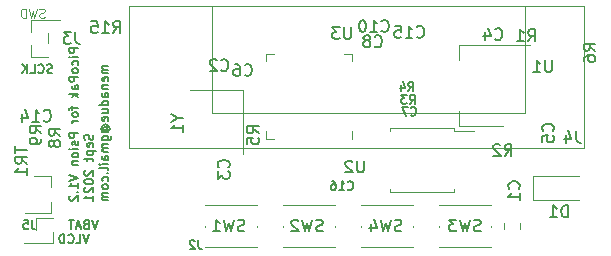
<source format=gbr>
G04 #@! TF.GenerationSoftware,KiCad,Pcbnew,5.1.5+dfsg1-2build2*
G04 #@! TF.CreationDate,2021-09-24T14:29:39+01:00*
G04 #@! TF.ProjectId,picopak,7069636f-7061-46b2-9e6b-696361645f70,rev?*
G04 #@! TF.SameCoordinates,Original*
G04 #@! TF.FileFunction,Legend,Bot*
G04 #@! TF.FilePolarity,Positive*
%FSLAX46Y46*%
G04 Gerber Fmt 4.6, Leading zero omitted, Abs format (unit mm)*
G04 Created by KiCad (PCBNEW 5.1.5+dfsg1-2build2) date 2021-09-24 14:29:39*
%MOMM*%
%LPD*%
G04 APERTURE LIST*
%ADD10C,0.150000*%
%ADD11C,0.100000*%
%ADD12C,0.120000*%
G04 APERTURE END LIST*
D10*
X167132142Y-87289285D02*
X166882142Y-88039285D01*
X166632142Y-87289285D01*
X166132142Y-87646428D02*
X166025000Y-87682142D01*
X165989285Y-87717857D01*
X165953571Y-87789285D01*
X165953571Y-87896428D01*
X165989285Y-87967857D01*
X166025000Y-88003571D01*
X166096428Y-88039285D01*
X166382142Y-88039285D01*
X166382142Y-87289285D01*
X166132142Y-87289285D01*
X166060714Y-87325000D01*
X166025000Y-87360714D01*
X165989285Y-87432142D01*
X165989285Y-87503571D01*
X166025000Y-87575000D01*
X166060714Y-87610714D01*
X166132142Y-87646428D01*
X166382142Y-87646428D01*
X165667857Y-87825000D02*
X165310714Y-87825000D01*
X165739285Y-88039285D02*
X165489285Y-87289285D01*
X165239285Y-88039285D01*
X165096428Y-87289285D02*
X164667857Y-87289285D01*
X164882142Y-88039285D02*
X164882142Y-87289285D01*
X166403571Y-88489285D02*
X166153571Y-89239285D01*
X165903571Y-88489285D01*
X165296428Y-89239285D02*
X165653571Y-89239285D01*
X165653571Y-88489285D01*
X164617857Y-89167857D02*
X164653571Y-89203571D01*
X164760714Y-89239285D01*
X164832142Y-89239285D01*
X164939285Y-89203571D01*
X165010714Y-89132142D01*
X165046428Y-89060714D01*
X165082142Y-88917857D01*
X165082142Y-88810714D01*
X165046428Y-88667857D01*
X165010714Y-88596428D01*
X164939285Y-88525000D01*
X164832142Y-88489285D01*
X164760714Y-88489285D01*
X164653571Y-88525000D01*
X164617857Y-88560714D01*
X164296428Y-89239285D02*
X164296428Y-88489285D01*
X164117857Y-88489285D01*
X164010714Y-88525000D01*
X163939285Y-88596428D01*
X163903571Y-88667857D01*
X163867857Y-88810714D01*
X163867857Y-88917857D01*
X163903571Y-89060714D01*
X163939285Y-89132142D01*
X164010714Y-89203571D01*
X164117857Y-89239285D01*
X164296428Y-89239285D01*
X165464285Y-72731071D02*
X164714285Y-72731071D01*
X164714285Y-73016785D01*
X164750000Y-73088214D01*
X164785714Y-73123928D01*
X164857142Y-73159642D01*
X164964285Y-73159642D01*
X165035714Y-73123928D01*
X165071428Y-73088214D01*
X165107142Y-73016785D01*
X165107142Y-72731071D01*
X165464285Y-73481071D02*
X164964285Y-73481071D01*
X164714285Y-73481071D02*
X164750000Y-73445357D01*
X164785714Y-73481071D01*
X164750000Y-73516785D01*
X164714285Y-73481071D01*
X164785714Y-73481071D01*
X165428571Y-74159642D02*
X165464285Y-74088214D01*
X165464285Y-73945357D01*
X165428571Y-73873928D01*
X165392857Y-73838214D01*
X165321428Y-73802500D01*
X165107142Y-73802500D01*
X165035714Y-73838214D01*
X165000000Y-73873928D01*
X164964285Y-73945357D01*
X164964285Y-74088214D01*
X165000000Y-74159642D01*
X165464285Y-74588214D02*
X165428571Y-74516785D01*
X165392857Y-74481071D01*
X165321428Y-74445357D01*
X165107142Y-74445357D01*
X165035714Y-74481071D01*
X165000000Y-74516785D01*
X164964285Y-74588214D01*
X164964285Y-74695357D01*
X165000000Y-74766785D01*
X165035714Y-74802500D01*
X165107142Y-74838214D01*
X165321428Y-74838214D01*
X165392857Y-74802500D01*
X165428571Y-74766785D01*
X165464285Y-74695357D01*
X165464285Y-74588214D01*
X165464285Y-75159642D02*
X164714285Y-75159642D01*
X164714285Y-75445357D01*
X164750000Y-75516785D01*
X164785714Y-75552500D01*
X164857142Y-75588214D01*
X164964285Y-75588214D01*
X165035714Y-75552500D01*
X165071428Y-75516785D01*
X165107142Y-75445357D01*
X165107142Y-75159642D01*
X165464285Y-76231071D02*
X165071428Y-76231071D01*
X165000000Y-76195357D01*
X164964285Y-76123928D01*
X164964285Y-75981071D01*
X165000000Y-75909642D01*
X165428571Y-76231071D02*
X165464285Y-76159642D01*
X165464285Y-75981071D01*
X165428571Y-75909642D01*
X165357142Y-75873928D01*
X165285714Y-75873928D01*
X165214285Y-75909642D01*
X165178571Y-75981071D01*
X165178571Y-76159642D01*
X165142857Y-76231071D01*
X165464285Y-76588214D02*
X164714285Y-76588214D01*
X165178571Y-76659642D02*
X165464285Y-76873928D01*
X164964285Y-76873928D02*
X165250000Y-76588214D01*
X164964285Y-77659642D02*
X164964285Y-77945357D01*
X165464285Y-77766785D02*
X164821428Y-77766785D01*
X164750000Y-77802500D01*
X164714285Y-77873928D01*
X164714285Y-77945357D01*
X165464285Y-78302500D02*
X165428571Y-78231071D01*
X165392857Y-78195357D01*
X165321428Y-78159642D01*
X165107142Y-78159642D01*
X165035714Y-78195357D01*
X165000000Y-78231071D01*
X164964285Y-78302500D01*
X164964285Y-78409642D01*
X165000000Y-78481071D01*
X165035714Y-78516785D01*
X165107142Y-78552500D01*
X165321428Y-78552500D01*
X165392857Y-78516785D01*
X165428571Y-78481071D01*
X165464285Y-78409642D01*
X165464285Y-78302500D01*
X165464285Y-78873928D02*
X164964285Y-78873928D01*
X165107142Y-78873928D02*
X165035714Y-78909642D01*
X165000000Y-78945357D01*
X164964285Y-79016785D01*
X164964285Y-79088214D01*
X165464285Y-79909642D02*
X164714285Y-79909642D01*
X164714285Y-80195357D01*
X164750000Y-80266785D01*
X164785714Y-80302500D01*
X164857142Y-80338214D01*
X164964285Y-80338214D01*
X165035714Y-80302500D01*
X165071428Y-80266785D01*
X165107142Y-80195357D01*
X165107142Y-79909642D01*
X165428571Y-80623928D02*
X165464285Y-80695357D01*
X165464285Y-80838214D01*
X165428571Y-80909642D01*
X165357142Y-80945357D01*
X165321428Y-80945357D01*
X165250000Y-80909642D01*
X165214285Y-80838214D01*
X165214285Y-80731071D01*
X165178571Y-80659642D01*
X165107142Y-80623928D01*
X165071428Y-80623928D01*
X165000000Y-80659642D01*
X164964285Y-80731071D01*
X164964285Y-80838214D01*
X165000000Y-80909642D01*
X165464285Y-81266785D02*
X164964285Y-81266785D01*
X164714285Y-81266785D02*
X164750000Y-81231071D01*
X164785714Y-81266785D01*
X164750000Y-81302500D01*
X164714285Y-81266785D01*
X164785714Y-81266785D01*
X165464285Y-81731071D02*
X165428571Y-81659642D01*
X165392857Y-81623928D01*
X165321428Y-81588214D01*
X165107142Y-81588214D01*
X165035714Y-81623928D01*
X165000000Y-81659642D01*
X164964285Y-81731071D01*
X164964285Y-81838214D01*
X165000000Y-81909642D01*
X165035714Y-81945357D01*
X165107142Y-81981071D01*
X165321428Y-81981071D01*
X165392857Y-81945357D01*
X165428571Y-81909642D01*
X165464285Y-81838214D01*
X165464285Y-81731071D01*
X164964285Y-82302500D02*
X165464285Y-82302500D01*
X165035714Y-82302500D02*
X165000000Y-82338214D01*
X164964285Y-82409642D01*
X164964285Y-82516785D01*
X165000000Y-82588214D01*
X165071428Y-82623928D01*
X165464285Y-82623928D01*
X164714285Y-83445357D02*
X165464285Y-83695357D01*
X164714285Y-83945357D01*
X165464285Y-84588214D02*
X165464285Y-84159642D01*
X165464285Y-84373928D02*
X164714285Y-84373928D01*
X164821428Y-84302500D01*
X164892857Y-84231071D01*
X164928571Y-84159642D01*
X165392857Y-84909642D02*
X165428571Y-84945357D01*
X165464285Y-84909642D01*
X165428571Y-84873928D01*
X165392857Y-84909642D01*
X165464285Y-84909642D01*
X164785714Y-85231071D02*
X164750000Y-85266785D01*
X164714285Y-85338214D01*
X164714285Y-85516785D01*
X164750000Y-85588214D01*
X164785714Y-85623928D01*
X164857142Y-85659642D01*
X164928571Y-85659642D01*
X165035714Y-85623928D01*
X165464285Y-85195357D01*
X165464285Y-85659642D01*
X166703571Y-80052500D02*
X166739285Y-80159642D01*
X166739285Y-80338214D01*
X166703571Y-80409642D01*
X166667857Y-80445357D01*
X166596428Y-80481071D01*
X166525000Y-80481071D01*
X166453571Y-80445357D01*
X166417857Y-80409642D01*
X166382142Y-80338214D01*
X166346428Y-80195357D01*
X166310714Y-80123928D01*
X166275000Y-80088214D01*
X166203571Y-80052500D01*
X166132142Y-80052500D01*
X166060714Y-80088214D01*
X166025000Y-80123928D01*
X165989285Y-80195357D01*
X165989285Y-80373928D01*
X166025000Y-80481071D01*
X166703571Y-81088214D02*
X166739285Y-81016785D01*
X166739285Y-80873928D01*
X166703571Y-80802500D01*
X166632142Y-80766785D01*
X166346428Y-80766785D01*
X166275000Y-80802500D01*
X166239285Y-80873928D01*
X166239285Y-81016785D01*
X166275000Y-81088214D01*
X166346428Y-81123928D01*
X166417857Y-81123928D01*
X166489285Y-80766785D01*
X166239285Y-81445357D02*
X166989285Y-81445357D01*
X166275000Y-81445357D02*
X166239285Y-81516785D01*
X166239285Y-81659642D01*
X166275000Y-81731071D01*
X166310714Y-81766785D01*
X166382142Y-81802500D01*
X166596428Y-81802500D01*
X166667857Y-81766785D01*
X166703571Y-81731071D01*
X166739285Y-81659642D01*
X166739285Y-81516785D01*
X166703571Y-81445357D01*
X166239285Y-82016785D02*
X166239285Y-82302500D01*
X165989285Y-82123928D02*
X166632142Y-82123928D01*
X166703571Y-82159642D01*
X166739285Y-82231071D01*
X166739285Y-82302500D01*
X166060714Y-83088214D02*
X166025000Y-83123928D01*
X165989285Y-83195357D01*
X165989285Y-83373928D01*
X166025000Y-83445357D01*
X166060714Y-83481071D01*
X166132142Y-83516785D01*
X166203571Y-83516785D01*
X166310714Y-83481071D01*
X166739285Y-83052500D01*
X166739285Y-83516785D01*
X165989285Y-83981071D02*
X165989285Y-84052500D01*
X166025000Y-84123928D01*
X166060714Y-84159642D01*
X166132142Y-84195357D01*
X166275000Y-84231071D01*
X166453571Y-84231071D01*
X166596428Y-84195357D01*
X166667857Y-84159642D01*
X166703571Y-84123928D01*
X166739285Y-84052500D01*
X166739285Y-83981071D01*
X166703571Y-83909642D01*
X166667857Y-83873928D01*
X166596428Y-83838214D01*
X166453571Y-83802500D01*
X166275000Y-83802500D01*
X166132142Y-83838214D01*
X166060714Y-83873928D01*
X166025000Y-83909642D01*
X165989285Y-83981071D01*
X166060714Y-84516785D02*
X166025000Y-84552500D01*
X165989285Y-84623928D01*
X165989285Y-84802500D01*
X166025000Y-84873928D01*
X166060714Y-84909642D01*
X166132142Y-84945357D01*
X166203571Y-84945357D01*
X166310714Y-84909642D01*
X166739285Y-84481071D01*
X166739285Y-84945357D01*
X166739285Y-85659642D02*
X166739285Y-85231071D01*
X166739285Y-85445357D02*
X165989285Y-85445357D01*
X166096428Y-85373928D01*
X166167857Y-85302500D01*
X166203571Y-85231071D01*
X168014285Y-74231071D02*
X167514285Y-74231071D01*
X167585714Y-74231071D02*
X167550000Y-74266785D01*
X167514285Y-74338214D01*
X167514285Y-74445357D01*
X167550000Y-74516785D01*
X167621428Y-74552500D01*
X168014285Y-74552500D01*
X167621428Y-74552500D02*
X167550000Y-74588214D01*
X167514285Y-74659642D01*
X167514285Y-74766785D01*
X167550000Y-74838214D01*
X167621428Y-74873928D01*
X168014285Y-74873928D01*
X167978571Y-75516785D02*
X168014285Y-75445357D01*
X168014285Y-75302500D01*
X167978571Y-75231071D01*
X167907142Y-75195357D01*
X167621428Y-75195357D01*
X167550000Y-75231071D01*
X167514285Y-75302500D01*
X167514285Y-75445357D01*
X167550000Y-75516785D01*
X167621428Y-75552500D01*
X167692857Y-75552500D01*
X167764285Y-75195357D01*
X167514285Y-75873928D02*
X168014285Y-75873928D01*
X167585714Y-75873928D02*
X167550000Y-75909642D01*
X167514285Y-75981071D01*
X167514285Y-76088214D01*
X167550000Y-76159642D01*
X167621428Y-76195357D01*
X168014285Y-76195357D01*
X168014285Y-76873928D02*
X167621428Y-76873928D01*
X167550000Y-76838214D01*
X167514285Y-76766785D01*
X167514285Y-76623928D01*
X167550000Y-76552500D01*
X167978571Y-76873928D02*
X168014285Y-76802500D01*
X168014285Y-76623928D01*
X167978571Y-76552500D01*
X167907142Y-76516785D01*
X167835714Y-76516785D01*
X167764285Y-76552500D01*
X167728571Y-76623928D01*
X167728571Y-76802500D01*
X167692857Y-76873928D01*
X168014285Y-77552500D02*
X167264285Y-77552500D01*
X167978571Y-77552500D02*
X168014285Y-77481071D01*
X168014285Y-77338214D01*
X167978571Y-77266785D01*
X167942857Y-77231071D01*
X167871428Y-77195357D01*
X167657142Y-77195357D01*
X167585714Y-77231071D01*
X167550000Y-77266785D01*
X167514285Y-77338214D01*
X167514285Y-77481071D01*
X167550000Y-77552500D01*
X167514285Y-78231071D02*
X168014285Y-78231071D01*
X167514285Y-77909642D02*
X167907142Y-77909642D01*
X167978571Y-77945357D01*
X168014285Y-78016785D01*
X168014285Y-78123928D01*
X167978571Y-78195357D01*
X167942857Y-78231071D01*
X167978571Y-78873928D02*
X168014285Y-78802500D01*
X168014285Y-78659642D01*
X167978571Y-78588214D01*
X167907142Y-78552500D01*
X167621428Y-78552500D01*
X167550000Y-78588214D01*
X167514285Y-78659642D01*
X167514285Y-78802500D01*
X167550000Y-78873928D01*
X167621428Y-78909642D01*
X167692857Y-78909642D01*
X167764285Y-78552500D01*
X167657142Y-79695357D02*
X167621428Y-79659642D01*
X167585714Y-79588214D01*
X167585714Y-79516785D01*
X167621428Y-79445357D01*
X167657142Y-79409642D01*
X167728571Y-79373928D01*
X167800000Y-79373928D01*
X167871428Y-79409642D01*
X167907142Y-79445357D01*
X167942857Y-79516785D01*
X167942857Y-79588214D01*
X167907142Y-79659642D01*
X167871428Y-79695357D01*
X167585714Y-79695357D02*
X167871428Y-79695357D01*
X167907142Y-79731071D01*
X167907142Y-79766785D01*
X167871428Y-79838214D01*
X167800000Y-79873928D01*
X167621428Y-79873928D01*
X167514285Y-79802500D01*
X167442857Y-79695357D01*
X167407142Y-79552500D01*
X167442857Y-79409642D01*
X167514285Y-79302500D01*
X167621428Y-79231071D01*
X167764285Y-79195357D01*
X167907142Y-79231071D01*
X168014285Y-79302500D01*
X168085714Y-79409642D01*
X168121428Y-79552500D01*
X168085714Y-79695357D01*
X168014285Y-79802500D01*
X167514285Y-80516785D02*
X168121428Y-80516785D01*
X168192857Y-80481071D01*
X168228571Y-80445357D01*
X168264285Y-80373928D01*
X168264285Y-80266785D01*
X168228571Y-80195357D01*
X167978571Y-80516785D02*
X168014285Y-80445357D01*
X168014285Y-80302500D01*
X167978571Y-80231071D01*
X167942857Y-80195357D01*
X167871428Y-80159642D01*
X167657142Y-80159642D01*
X167585714Y-80195357D01*
X167550000Y-80231071D01*
X167514285Y-80302500D01*
X167514285Y-80445357D01*
X167550000Y-80516785D01*
X168014285Y-80873928D02*
X167514285Y-80873928D01*
X167585714Y-80873928D02*
X167550000Y-80909642D01*
X167514285Y-80981071D01*
X167514285Y-81088214D01*
X167550000Y-81159642D01*
X167621428Y-81195357D01*
X168014285Y-81195357D01*
X167621428Y-81195357D02*
X167550000Y-81231071D01*
X167514285Y-81302500D01*
X167514285Y-81409642D01*
X167550000Y-81481071D01*
X167621428Y-81516785D01*
X168014285Y-81516785D01*
X168014285Y-82195357D02*
X167621428Y-82195357D01*
X167550000Y-82159642D01*
X167514285Y-82088214D01*
X167514285Y-81945357D01*
X167550000Y-81873928D01*
X167978571Y-82195357D02*
X168014285Y-82123928D01*
X168014285Y-81945357D01*
X167978571Y-81873928D01*
X167907142Y-81838214D01*
X167835714Y-81838214D01*
X167764285Y-81873928D01*
X167728571Y-81945357D01*
X167728571Y-82123928D01*
X167692857Y-82195357D01*
X168014285Y-82552500D02*
X167514285Y-82552500D01*
X167264285Y-82552500D02*
X167300000Y-82516785D01*
X167335714Y-82552500D01*
X167300000Y-82588214D01*
X167264285Y-82552500D01*
X167335714Y-82552500D01*
X168014285Y-83016785D02*
X167978571Y-82945357D01*
X167907142Y-82909642D01*
X167264285Y-82909642D01*
X167942857Y-83302500D02*
X167978571Y-83338214D01*
X168014285Y-83302500D01*
X167978571Y-83266785D01*
X167942857Y-83302500D01*
X168014285Y-83302500D01*
X167978571Y-83981071D02*
X168014285Y-83909642D01*
X168014285Y-83766785D01*
X167978571Y-83695357D01*
X167942857Y-83659642D01*
X167871428Y-83623928D01*
X167657142Y-83623928D01*
X167585714Y-83659642D01*
X167550000Y-83695357D01*
X167514285Y-83766785D01*
X167514285Y-83909642D01*
X167550000Y-83981071D01*
X168014285Y-84409642D02*
X167978571Y-84338214D01*
X167942857Y-84302500D01*
X167871428Y-84266785D01*
X167657142Y-84266785D01*
X167585714Y-84302500D01*
X167550000Y-84338214D01*
X167514285Y-84409642D01*
X167514285Y-84516785D01*
X167550000Y-84588214D01*
X167585714Y-84623928D01*
X167657142Y-84659642D01*
X167871428Y-84659642D01*
X167942857Y-84623928D01*
X167978571Y-84588214D01*
X168014285Y-84516785D01*
X168014285Y-84409642D01*
X168014285Y-84981071D02*
X167514285Y-84981071D01*
X167585714Y-84981071D02*
X167550000Y-85016785D01*
X167514285Y-85088214D01*
X167514285Y-85195357D01*
X167550000Y-85266785D01*
X167621428Y-85302500D01*
X168014285Y-85302500D01*
X167621428Y-85302500D02*
X167550000Y-85338214D01*
X167514285Y-85409642D01*
X167514285Y-85516785D01*
X167550000Y-85588214D01*
X167621428Y-85623928D01*
X168014285Y-85623928D01*
X163267857Y-74803571D02*
X163160714Y-74839285D01*
X162982142Y-74839285D01*
X162910714Y-74803571D01*
X162875000Y-74767857D01*
X162839285Y-74696428D01*
X162839285Y-74625000D01*
X162875000Y-74553571D01*
X162910714Y-74517857D01*
X162982142Y-74482142D01*
X163125000Y-74446428D01*
X163196428Y-74410714D01*
X163232142Y-74375000D01*
X163267857Y-74303571D01*
X163267857Y-74232142D01*
X163232142Y-74160714D01*
X163196428Y-74125000D01*
X163125000Y-74089285D01*
X162946428Y-74089285D01*
X162839285Y-74125000D01*
X162089285Y-74767857D02*
X162125000Y-74803571D01*
X162232142Y-74839285D01*
X162303571Y-74839285D01*
X162410714Y-74803571D01*
X162482142Y-74732142D01*
X162517857Y-74660714D01*
X162553571Y-74517857D01*
X162553571Y-74410714D01*
X162517857Y-74267857D01*
X162482142Y-74196428D01*
X162410714Y-74125000D01*
X162303571Y-74089285D01*
X162232142Y-74089285D01*
X162125000Y-74125000D01*
X162089285Y-74160714D01*
X161410714Y-74839285D02*
X161767857Y-74839285D01*
X161767857Y-74089285D01*
X161160714Y-74839285D02*
X161160714Y-74089285D01*
X160732142Y-74839285D02*
X161053571Y-74410714D01*
X160732142Y-74089285D02*
X161160714Y-74517857D01*
D11*
X162617857Y-70103571D02*
X162510714Y-70139285D01*
X162332142Y-70139285D01*
X162260714Y-70103571D01*
X162225000Y-70067857D01*
X162189285Y-69996428D01*
X162189285Y-69925000D01*
X162225000Y-69853571D01*
X162260714Y-69817857D01*
X162332142Y-69782142D01*
X162475000Y-69746428D01*
X162546428Y-69710714D01*
X162582142Y-69675000D01*
X162617857Y-69603571D01*
X162617857Y-69532142D01*
X162582142Y-69460714D01*
X162546428Y-69425000D01*
X162475000Y-69389285D01*
X162296428Y-69389285D01*
X162189285Y-69425000D01*
X161939285Y-69389285D02*
X161760714Y-70139285D01*
X161617857Y-69603571D01*
X161475000Y-70139285D01*
X161296428Y-69389285D01*
X161010714Y-70139285D02*
X161010714Y-69389285D01*
X160832142Y-69389285D01*
X160725000Y-69425000D01*
X160653571Y-69496428D01*
X160617857Y-69567857D01*
X160582142Y-69710714D01*
X160582142Y-69817857D01*
X160617857Y-69960714D01*
X160653571Y-70032142D01*
X160725000Y-70103571D01*
X160832142Y-70139285D01*
X161010714Y-70139285D01*
D12*
X163160000Y-83520000D02*
X161700000Y-83520000D01*
X163160000Y-86680000D02*
X161000000Y-86680000D01*
X163160000Y-86680000D02*
X163160000Y-85750000D01*
X163160000Y-83520000D02*
X163160000Y-84450000D01*
X161905000Y-88140000D02*
X161905000Y-87140000D01*
X163295000Y-89260000D02*
X163295000Y-88260000D01*
X163295000Y-87140000D02*
X163295000Y-87140000D01*
X161905000Y-89260000D02*
X161905000Y-89260000D01*
X161905000Y-89260000D02*
X160910000Y-89260000D01*
X161905000Y-87140000D02*
X163295000Y-87140000D01*
X161905000Y-89260000D02*
X163295000Y-89260000D01*
X203950000Y-85600000D02*
X207850000Y-85600000D01*
X203950000Y-83600000D02*
X207850000Y-83600000D01*
X203950000Y-85600000D02*
X203950000Y-83600000D01*
X162895000Y-71460000D02*
X162895000Y-72340000D01*
X161505000Y-72460000D02*
X161505000Y-73460000D01*
X161505000Y-70340000D02*
X161505000Y-71340000D01*
X161505000Y-73460000D02*
X161505000Y-73460000D01*
X162895000Y-70340000D02*
X162895000Y-70340000D01*
X162895000Y-70340000D02*
X163890000Y-70340000D01*
X162895000Y-73460000D02*
X161505000Y-73460000D01*
X162895000Y-70340000D02*
X161505000Y-70340000D01*
X188610000Y-73840000D02*
X188610000Y-73190000D01*
X188610000Y-73190000D02*
X187960000Y-73190000D01*
X181390000Y-79760000D02*
X181390000Y-80410000D01*
X181390000Y-80410000D02*
X182040000Y-80410000D01*
X181390000Y-73840000D02*
X181390000Y-73190000D01*
X181390000Y-73190000D02*
X182040000Y-73190000D01*
X188610000Y-79760000D02*
X188610000Y-80410000D01*
X179400000Y-76300000D02*
X179400000Y-81700000D01*
X174900000Y-76300000D02*
X179400000Y-76300000D01*
X203300000Y-69200000D02*
X203300000Y-69700000D01*
X208300000Y-69200000D02*
X203300000Y-69200000D01*
X176800000Y-69200000D02*
X176800000Y-78200000D01*
X203300000Y-69200000D02*
X176800000Y-69200000D01*
X203300000Y-78200000D02*
X203300000Y-69200000D01*
X176800000Y-78200000D02*
X203300000Y-78200000D01*
X169800000Y-81200000D02*
X208300000Y-81200000D01*
X169800000Y-69200000D02*
X169800000Y-81200000D01*
X208300000Y-69200000D02*
X169800000Y-69200000D01*
X208300000Y-81200000D02*
X208300000Y-69200000D01*
X193800000Y-87850000D02*
X193800000Y-87750000D01*
X189400000Y-86050000D02*
X193800000Y-86050000D01*
X193800000Y-89550000D02*
X189400000Y-89550000D01*
X189400000Y-87850000D02*
X189400000Y-87750000D01*
X200400000Y-87850000D02*
X200400000Y-87750000D01*
X196000000Y-86050000D02*
X200400000Y-86050000D01*
X200400000Y-89550000D02*
X196000000Y-89550000D01*
X196000000Y-87850000D02*
X196000000Y-87750000D01*
X187200000Y-87850000D02*
X187200000Y-87750000D01*
X182800000Y-86050000D02*
X187200000Y-86050000D01*
X187200000Y-89550000D02*
X182800000Y-89550000D01*
X182800000Y-87850000D02*
X182800000Y-87750000D01*
X180600000Y-87850000D02*
X180600000Y-87750000D01*
X176200000Y-86050000D02*
X180600000Y-86050000D01*
X180600000Y-89550000D02*
X176200000Y-89550000D01*
X176200000Y-87850000D02*
X176200000Y-87750000D01*
X197325000Y-79735000D02*
X199000000Y-79735000D01*
X197325000Y-79475000D02*
X197325000Y-79735000D01*
X194600000Y-79475000D02*
X197325000Y-79475000D01*
X191875000Y-79475000D02*
X191875000Y-79735000D01*
X194600000Y-79475000D02*
X191875000Y-79475000D01*
X197325000Y-84925000D02*
X197325000Y-84665000D01*
X194600000Y-84925000D02*
X197325000Y-84925000D01*
X191875000Y-84925000D02*
X191875000Y-84665000D01*
X194600000Y-84925000D02*
X191875000Y-84925000D01*
X203700000Y-72490000D02*
X197690000Y-72490000D01*
X201450000Y-79310000D02*
X197690000Y-79310000D01*
X197690000Y-72490000D02*
X197690000Y-73750000D01*
X197690000Y-79310000D02*
X197690000Y-78050000D01*
X202910000Y-87541422D02*
X202910000Y-88058578D01*
X201490000Y-87541422D02*
X201490000Y-88058578D01*
D10*
X162352380Y-79933333D02*
X161876190Y-79600000D01*
X162352380Y-79361904D02*
X161352380Y-79361904D01*
X161352380Y-79742857D01*
X161400000Y-79838095D01*
X161447619Y-79885714D01*
X161542857Y-79933333D01*
X161685714Y-79933333D01*
X161780952Y-79885714D01*
X161828571Y-79838095D01*
X161876190Y-79742857D01*
X161876190Y-79361904D01*
X162352380Y-80409523D02*
X162352380Y-80600000D01*
X162304761Y-80695238D01*
X162257142Y-80742857D01*
X162114285Y-80838095D01*
X161923809Y-80885714D01*
X161542857Y-80885714D01*
X161447619Y-80838095D01*
X161400000Y-80790476D01*
X161352380Y-80695238D01*
X161352380Y-80504761D01*
X161400000Y-80409523D01*
X161447619Y-80361904D01*
X161542857Y-80314285D01*
X161780952Y-80314285D01*
X161876190Y-80361904D01*
X161923809Y-80409523D01*
X161971428Y-80504761D01*
X161971428Y-80695238D01*
X161923809Y-80790476D01*
X161876190Y-80838095D01*
X161780952Y-80885714D01*
X163952380Y-80133333D02*
X163476190Y-79800000D01*
X163952380Y-79561904D02*
X162952380Y-79561904D01*
X162952380Y-79942857D01*
X163000000Y-80038095D01*
X163047619Y-80085714D01*
X163142857Y-80133333D01*
X163285714Y-80133333D01*
X163380952Y-80085714D01*
X163428571Y-80038095D01*
X163476190Y-79942857D01*
X163476190Y-79561904D01*
X163380952Y-80704761D02*
X163333333Y-80609523D01*
X163285714Y-80561904D01*
X163190476Y-80514285D01*
X163142857Y-80514285D01*
X163047619Y-80561904D01*
X163000000Y-80609523D01*
X162952380Y-80704761D01*
X162952380Y-80895238D01*
X163000000Y-80990476D01*
X163047619Y-81038095D01*
X163142857Y-81085714D01*
X163190476Y-81085714D01*
X163285714Y-81038095D01*
X163333333Y-80990476D01*
X163380952Y-80895238D01*
X163380952Y-80704761D01*
X163428571Y-80609523D01*
X163476190Y-80561904D01*
X163571428Y-80514285D01*
X163761904Y-80514285D01*
X163857142Y-80561904D01*
X163904761Y-80609523D01*
X163952380Y-80704761D01*
X163952380Y-80895238D01*
X163904761Y-80990476D01*
X163857142Y-81038095D01*
X163761904Y-81085714D01*
X163571428Y-81085714D01*
X163476190Y-81038095D01*
X163428571Y-80990476D01*
X163380952Y-80895238D01*
X160152380Y-81038095D02*
X160152380Y-81609523D01*
X161152380Y-81323809D02*
X160152380Y-81323809D01*
X161152380Y-82514285D02*
X160676190Y-82180952D01*
X161152380Y-81942857D02*
X160152380Y-81942857D01*
X160152380Y-82323809D01*
X160200000Y-82419047D01*
X160247619Y-82466666D01*
X160342857Y-82514285D01*
X160485714Y-82514285D01*
X160580952Y-82466666D01*
X160628571Y-82419047D01*
X160676190Y-82323809D01*
X160676190Y-81942857D01*
X161152380Y-83466666D02*
X161152380Y-82895238D01*
X161152380Y-83180952D02*
X160152380Y-83180952D01*
X160295238Y-83085714D01*
X160390476Y-82990476D01*
X160438095Y-82895238D01*
X161550000Y-87289285D02*
X161550000Y-87825000D01*
X161585714Y-87932142D01*
X161657142Y-88003571D01*
X161764285Y-88039285D01*
X161835714Y-88039285D01*
X160835714Y-87289285D02*
X161192857Y-87289285D01*
X161228571Y-87646428D01*
X161192857Y-87610714D01*
X161121428Y-87575000D01*
X160942857Y-87575000D01*
X160871428Y-87610714D01*
X160835714Y-87646428D01*
X160800000Y-87717857D01*
X160800000Y-87896428D01*
X160835714Y-87967857D01*
X160871428Y-88003571D01*
X160942857Y-88039285D01*
X161121428Y-88039285D01*
X161192857Y-88003571D01*
X161228571Y-87967857D01*
X206938095Y-87052380D02*
X206938095Y-86052380D01*
X206700000Y-86052380D01*
X206557142Y-86100000D01*
X206461904Y-86195238D01*
X206414285Y-86290476D01*
X206366666Y-86480952D01*
X206366666Y-86623809D01*
X206414285Y-86814285D01*
X206461904Y-86909523D01*
X206557142Y-87004761D01*
X206700000Y-87052380D01*
X206938095Y-87052380D01*
X205414285Y-87052380D02*
X205985714Y-87052380D01*
X205700000Y-87052380D02*
X205700000Y-86052380D01*
X205795238Y-86195238D01*
X205890476Y-86290476D01*
X205985714Y-86338095D01*
X165233333Y-71352380D02*
X165233333Y-72066666D01*
X165280952Y-72209523D01*
X165376190Y-72304761D01*
X165519047Y-72352380D01*
X165614285Y-72352380D01*
X164852380Y-71352380D02*
X164233333Y-71352380D01*
X164566666Y-71733333D01*
X164423809Y-71733333D01*
X164328571Y-71780952D01*
X164280952Y-71828571D01*
X164233333Y-71923809D01*
X164233333Y-72161904D01*
X164280952Y-72257142D01*
X164328571Y-72304761D01*
X164423809Y-72352380D01*
X164709523Y-72352380D01*
X164804761Y-72304761D01*
X164852380Y-72257142D01*
X200766666Y-71957142D02*
X200814285Y-72004761D01*
X200957142Y-72052380D01*
X201052380Y-72052380D01*
X201195238Y-72004761D01*
X201290476Y-71909523D01*
X201338095Y-71814285D01*
X201385714Y-71623809D01*
X201385714Y-71480952D01*
X201338095Y-71290476D01*
X201290476Y-71195238D01*
X201195238Y-71100000D01*
X201052380Y-71052380D01*
X200957142Y-71052380D01*
X200814285Y-71100000D01*
X200766666Y-71147619D01*
X199909523Y-71385714D02*
X199909523Y-72052380D01*
X200147619Y-71004761D02*
X200385714Y-71719047D01*
X199766666Y-71719047D01*
X177566666Y-74587142D02*
X177614285Y-74634761D01*
X177757142Y-74682380D01*
X177852380Y-74682380D01*
X177995238Y-74634761D01*
X178090476Y-74539523D01*
X178138095Y-74444285D01*
X178185714Y-74253809D01*
X178185714Y-74110952D01*
X178138095Y-73920476D01*
X178090476Y-73825238D01*
X177995238Y-73730000D01*
X177852380Y-73682380D01*
X177757142Y-73682380D01*
X177614285Y-73730000D01*
X177566666Y-73777619D01*
X177185714Y-73777619D02*
X177138095Y-73730000D01*
X177042857Y-73682380D01*
X176804761Y-73682380D01*
X176709523Y-73730000D01*
X176661904Y-73777619D01*
X176614285Y-73872857D01*
X176614285Y-73968095D01*
X176661904Y-74110952D01*
X177233333Y-74682380D01*
X176614285Y-74682380D01*
X178187142Y-82833333D02*
X178234761Y-82785714D01*
X178282380Y-82642857D01*
X178282380Y-82547619D01*
X178234761Y-82404761D01*
X178139523Y-82309523D01*
X178044285Y-82261904D01*
X177853809Y-82214285D01*
X177710952Y-82214285D01*
X177520476Y-82261904D01*
X177425238Y-82309523D01*
X177330000Y-82404761D01*
X177282380Y-82547619D01*
X177282380Y-82642857D01*
X177330000Y-82785714D01*
X177377619Y-82833333D01*
X177282380Y-83166666D02*
X177282380Y-83785714D01*
X177663333Y-83452380D01*
X177663333Y-83595238D01*
X177710952Y-83690476D01*
X177758571Y-83738095D01*
X177853809Y-83785714D01*
X178091904Y-83785714D01*
X178187142Y-83738095D01*
X178234761Y-83690476D01*
X178282380Y-83595238D01*
X178282380Y-83309523D01*
X178234761Y-83214285D01*
X178187142Y-83166666D01*
X205657142Y-79733333D02*
X205704761Y-79685714D01*
X205752380Y-79542857D01*
X205752380Y-79447619D01*
X205704761Y-79304761D01*
X205609523Y-79209523D01*
X205514285Y-79161904D01*
X205323809Y-79114285D01*
X205180952Y-79114285D01*
X204990476Y-79161904D01*
X204895238Y-79209523D01*
X204800000Y-79304761D01*
X204752380Y-79447619D01*
X204752380Y-79542857D01*
X204800000Y-79685714D01*
X204847619Y-79733333D01*
X204752380Y-80638095D02*
X204752380Y-80161904D01*
X205228571Y-80114285D01*
X205180952Y-80161904D01*
X205133333Y-80257142D01*
X205133333Y-80495238D01*
X205180952Y-80590476D01*
X205228571Y-80638095D01*
X205323809Y-80685714D01*
X205561904Y-80685714D01*
X205657142Y-80638095D01*
X205704761Y-80590476D01*
X205752380Y-80495238D01*
X205752380Y-80257142D01*
X205704761Y-80161904D01*
X205657142Y-80114285D01*
X179566666Y-74987142D02*
X179614285Y-75034761D01*
X179757142Y-75082380D01*
X179852380Y-75082380D01*
X179995238Y-75034761D01*
X180090476Y-74939523D01*
X180138095Y-74844285D01*
X180185714Y-74653809D01*
X180185714Y-74510952D01*
X180138095Y-74320476D01*
X180090476Y-74225238D01*
X179995238Y-74130000D01*
X179852380Y-74082380D01*
X179757142Y-74082380D01*
X179614285Y-74130000D01*
X179566666Y-74177619D01*
X178709523Y-74082380D02*
X178900000Y-74082380D01*
X178995238Y-74130000D01*
X179042857Y-74177619D01*
X179138095Y-74320476D01*
X179185714Y-74510952D01*
X179185714Y-74891904D01*
X179138095Y-74987142D01*
X179090476Y-75034761D01*
X178995238Y-75082380D01*
X178804761Y-75082380D01*
X178709523Y-75034761D01*
X178661904Y-74987142D01*
X178614285Y-74891904D01*
X178614285Y-74653809D01*
X178661904Y-74558571D01*
X178709523Y-74510952D01*
X178804761Y-74463333D01*
X178995238Y-74463333D01*
X179090476Y-74510952D01*
X179138095Y-74558571D01*
X179185714Y-74653809D01*
X193625000Y-78367857D02*
X193660714Y-78403571D01*
X193767857Y-78439285D01*
X193839285Y-78439285D01*
X193946428Y-78403571D01*
X194017857Y-78332142D01*
X194053571Y-78260714D01*
X194089285Y-78117857D01*
X194089285Y-78010714D01*
X194053571Y-77867857D01*
X194017857Y-77796428D01*
X193946428Y-77725000D01*
X193839285Y-77689285D01*
X193767857Y-77689285D01*
X193660714Y-77725000D01*
X193625000Y-77760714D01*
X193375000Y-77689285D02*
X192875000Y-77689285D01*
X193196428Y-78439285D01*
X190566666Y-72557142D02*
X190614285Y-72604761D01*
X190757142Y-72652380D01*
X190852380Y-72652380D01*
X190995238Y-72604761D01*
X191090476Y-72509523D01*
X191138095Y-72414285D01*
X191185714Y-72223809D01*
X191185714Y-72080952D01*
X191138095Y-71890476D01*
X191090476Y-71795238D01*
X190995238Y-71700000D01*
X190852380Y-71652380D01*
X190757142Y-71652380D01*
X190614285Y-71700000D01*
X190566666Y-71747619D01*
X189995238Y-72080952D02*
X190090476Y-72033333D01*
X190138095Y-71985714D01*
X190185714Y-71890476D01*
X190185714Y-71842857D01*
X190138095Y-71747619D01*
X190090476Y-71700000D01*
X189995238Y-71652380D01*
X189804761Y-71652380D01*
X189709523Y-71700000D01*
X189661904Y-71747619D01*
X189614285Y-71842857D01*
X189614285Y-71890476D01*
X189661904Y-71985714D01*
X189709523Y-72033333D01*
X189804761Y-72080952D01*
X189995238Y-72080952D01*
X190090476Y-72128571D01*
X190138095Y-72176190D01*
X190185714Y-72271428D01*
X190185714Y-72461904D01*
X190138095Y-72557142D01*
X190090476Y-72604761D01*
X189995238Y-72652380D01*
X189804761Y-72652380D01*
X189709523Y-72604761D01*
X189661904Y-72557142D01*
X189614285Y-72461904D01*
X189614285Y-72271428D01*
X189661904Y-72176190D01*
X189709523Y-72128571D01*
X189804761Y-72080952D01*
X191142857Y-71257142D02*
X191190476Y-71304761D01*
X191333333Y-71352380D01*
X191428571Y-71352380D01*
X191571428Y-71304761D01*
X191666666Y-71209523D01*
X191714285Y-71114285D01*
X191761904Y-70923809D01*
X191761904Y-70780952D01*
X191714285Y-70590476D01*
X191666666Y-70495238D01*
X191571428Y-70400000D01*
X191428571Y-70352380D01*
X191333333Y-70352380D01*
X191190476Y-70400000D01*
X191142857Y-70447619D01*
X190190476Y-71352380D02*
X190761904Y-71352380D01*
X190476190Y-71352380D02*
X190476190Y-70352380D01*
X190571428Y-70495238D01*
X190666666Y-70590476D01*
X190761904Y-70638095D01*
X189571428Y-70352380D02*
X189476190Y-70352380D01*
X189380952Y-70400000D01*
X189333333Y-70447619D01*
X189285714Y-70542857D01*
X189238095Y-70733333D01*
X189238095Y-70971428D01*
X189285714Y-71161904D01*
X189333333Y-71257142D01*
X189380952Y-71304761D01*
X189476190Y-71352380D01*
X189571428Y-71352380D01*
X189666666Y-71304761D01*
X189714285Y-71257142D01*
X189761904Y-71161904D01*
X189809523Y-70971428D01*
X189809523Y-70733333D01*
X189761904Y-70542857D01*
X189714285Y-70447619D01*
X189666666Y-70400000D01*
X189571428Y-70352380D01*
X162542857Y-78857142D02*
X162590476Y-78904761D01*
X162733333Y-78952380D01*
X162828571Y-78952380D01*
X162971428Y-78904761D01*
X163066666Y-78809523D01*
X163114285Y-78714285D01*
X163161904Y-78523809D01*
X163161904Y-78380952D01*
X163114285Y-78190476D01*
X163066666Y-78095238D01*
X162971428Y-78000000D01*
X162828571Y-77952380D01*
X162733333Y-77952380D01*
X162590476Y-78000000D01*
X162542857Y-78047619D01*
X161590476Y-78952380D02*
X162161904Y-78952380D01*
X161876190Y-78952380D02*
X161876190Y-77952380D01*
X161971428Y-78095238D01*
X162066666Y-78190476D01*
X162161904Y-78238095D01*
X160733333Y-78285714D02*
X160733333Y-78952380D01*
X160971428Y-77904761D02*
X161209523Y-78619047D01*
X160590476Y-78619047D01*
X194142857Y-71757142D02*
X194190476Y-71804761D01*
X194333333Y-71852380D01*
X194428571Y-71852380D01*
X194571428Y-71804761D01*
X194666666Y-71709523D01*
X194714285Y-71614285D01*
X194761904Y-71423809D01*
X194761904Y-71280952D01*
X194714285Y-71090476D01*
X194666666Y-70995238D01*
X194571428Y-70900000D01*
X194428571Y-70852380D01*
X194333333Y-70852380D01*
X194190476Y-70900000D01*
X194142857Y-70947619D01*
X193190476Y-71852380D02*
X193761904Y-71852380D01*
X193476190Y-71852380D02*
X193476190Y-70852380D01*
X193571428Y-70995238D01*
X193666666Y-71090476D01*
X193761904Y-71138095D01*
X192285714Y-70852380D02*
X192761904Y-70852380D01*
X192809523Y-71328571D01*
X192761904Y-71280952D01*
X192666666Y-71233333D01*
X192428571Y-71233333D01*
X192333333Y-71280952D01*
X192285714Y-71328571D01*
X192238095Y-71423809D01*
X192238095Y-71661904D01*
X192285714Y-71757142D01*
X192333333Y-71804761D01*
X192428571Y-71852380D01*
X192666666Y-71852380D01*
X192761904Y-71804761D01*
X192809523Y-71757142D01*
X188282142Y-84667857D02*
X188317857Y-84703571D01*
X188425000Y-84739285D01*
X188496428Y-84739285D01*
X188603571Y-84703571D01*
X188675000Y-84632142D01*
X188710714Y-84560714D01*
X188746428Y-84417857D01*
X188746428Y-84310714D01*
X188710714Y-84167857D01*
X188675000Y-84096428D01*
X188603571Y-84025000D01*
X188496428Y-83989285D01*
X188425000Y-83989285D01*
X188317857Y-84025000D01*
X188282142Y-84060714D01*
X187567857Y-84739285D02*
X187996428Y-84739285D01*
X187782142Y-84739285D02*
X187782142Y-83989285D01*
X187853571Y-84096428D01*
X187925000Y-84167857D01*
X187996428Y-84203571D01*
X186925000Y-83989285D02*
X187067857Y-83989285D01*
X187139285Y-84025000D01*
X187175000Y-84060714D01*
X187246428Y-84167857D01*
X187282142Y-84310714D01*
X187282142Y-84596428D01*
X187246428Y-84667857D01*
X187210714Y-84703571D01*
X187139285Y-84739285D01*
X186996428Y-84739285D01*
X186925000Y-84703571D01*
X186889285Y-84667857D01*
X186853571Y-84596428D01*
X186853571Y-84417857D01*
X186889285Y-84346428D01*
X186925000Y-84310714D01*
X186996428Y-84275000D01*
X187139285Y-84275000D01*
X187210714Y-84310714D01*
X187246428Y-84346428D01*
X187282142Y-84417857D01*
X209252380Y-72933333D02*
X208776190Y-72600000D01*
X209252380Y-72361904D02*
X208252380Y-72361904D01*
X208252380Y-72742857D01*
X208300000Y-72838095D01*
X208347619Y-72885714D01*
X208442857Y-72933333D01*
X208585714Y-72933333D01*
X208680952Y-72885714D01*
X208728571Y-72838095D01*
X208776190Y-72742857D01*
X208776190Y-72361904D01*
X208252380Y-73790476D02*
X208252380Y-73600000D01*
X208300000Y-73504761D01*
X208347619Y-73457142D01*
X208490476Y-73361904D01*
X208680952Y-73314285D01*
X209061904Y-73314285D01*
X209157142Y-73361904D01*
X209204761Y-73409523D01*
X209252380Y-73504761D01*
X209252380Y-73695238D01*
X209204761Y-73790476D01*
X209157142Y-73838095D01*
X209061904Y-73885714D01*
X208823809Y-73885714D01*
X208728571Y-73838095D01*
X208680952Y-73790476D01*
X208633333Y-73695238D01*
X208633333Y-73504761D01*
X208680952Y-73409523D01*
X208728571Y-73361904D01*
X208823809Y-73314285D01*
X168442857Y-71452380D02*
X168776190Y-70976190D01*
X169014285Y-71452380D02*
X169014285Y-70452380D01*
X168633333Y-70452380D01*
X168538095Y-70500000D01*
X168490476Y-70547619D01*
X168442857Y-70642857D01*
X168442857Y-70785714D01*
X168490476Y-70880952D01*
X168538095Y-70928571D01*
X168633333Y-70976190D01*
X169014285Y-70976190D01*
X167490476Y-71452380D02*
X168061904Y-71452380D01*
X167776190Y-71452380D02*
X167776190Y-70452380D01*
X167871428Y-70595238D01*
X167966666Y-70690476D01*
X168061904Y-70738095D01*
X166585714Y-70452380D02*
X167061904Y-70452380D01*
X167109523Y-70928571D01*
X167061904Y-70880952D01*
X166966666Y-70833333D01*
X166728571Y-70833333D01*
X166633333Y-70880952D01*
X166585714Y-70928571D01*
X166538095Y-71023809D01*
X166538095Y-71261904D01*
X166585714Y-71357142D01*
X166633333Y-71404761D01*
X166728571Y-71452380D01*
X166966666Y-71452380D01*
X167061904Y-71404761D01*
X167109523Y-71357142D01*
X203566666Y-72152380D02*
X203900000Y-71676190D01*
X204138095Y-72152380D02*
X204138095Y-71152380D01*
X203757142Y-71152380D01*
X203661904Y-71200000D01*
X203614285Y-71247619D01*
X203566666Y-71342857D01*
X203566666Y-71485714D01*
X203614285Y-71580952D01*
X203661904Y-71628571D01*
X203757142Y-71676190D01*
X204138095Y-71676190D01*
X202614285Y-72152380D02*
X203185714Y-72152380D01*
X202900000Y-72152380D02*
X202900000Y-71152380D01*
X202995238Y-71295238D01*
X203090476Y-71390476D01*
X203185714Y-71438095D01*
X188561904Y-70952380D02*
X188561904Y-71761904D01*
X188514285Y-71857142D01*
X188466666Y-71904761D01*
X188371428Y-71952380D01*
X188180952Y-71952380D01*
X188085714Y-71904761D01*
X188038095Y-71857142D01*
X187990476Y-71761904D01*
X187990476Y-70952380D01*
X187609523Y-70952380D02*
X186990476Y-70952380D01*
X187323809Y-71333333D01*
X187180952Y-71333333D01*
X187085714Y-71380952D01*
X187038095Y-71428571D01*
X186990476Y-71523809D01*
X186990476Y-71761904D01*
X187038095Y-71857142D01*
X187085714Y-71904761D01*
X187180952Y-71952380D01*
X187466666Y-71952380D01*
X187561904Y-71904761D01*
X187609523Y-71857142D01*
X173876190Y-78623809D02*
X174352380Y-78623809D01*
X173352380Y-78290476D02*
X173876190Y-78623809D01*
X173352380Y-78957142D01*
X174352380Y-79814285D02*
X174352380Y-79242857D01*
X174352380Y-79528571D02*
X173352380Y-79528571D01*
X173495238Y-79433333D01*
X173590476Y-79338095D01*
X173638095Y-79242857D01*
X207633333Y-79752380D02*
X207633333Y-80466666D01*
X207680952Y-80609523D01*
X207776190Y-80704761D01*
X207919047Y-80752380D01*
X208014285Y-80752380D01*
X206728571Y-80085714D02*
X206728571Y-80752380D01*
X206966666Y-79704761D02*
X207204761Y-80419047D01*
X206585714Y-80419047D01*
X192833333Y-88204761D02*
X192690476Y-88252380D01*
X192452380Y-88252380D01*
X192357142Y-88204761D01*
X192309523Y-88157142D01*
X192261904Y-88061904D01*
X192261904Y-87966666D01*
X192309523Y-87871428D01*
X192357142Y-87823809D01*
X192452380Y-87776190D01*
X192642857Y-87728571D01*
X192738095Y-87680952D01*
X192785714Y-87633333D01*
X192833333Y-87538095D01*
X192833333Y-87442857D01*
X192785714Y-87347619D01*
X192738095Y-87300000D01*
X192642857Y-87252380D01*
X192404761Y-87252380D01*
X192261904Y-87300000D01*
X191928571Y-87252380D02*
X191690476Y-88252380D01*
X191500000Y-87538095D01*
X191309523Y-88252380D01*
X191071428Y-87252380D01*
X190261904Y-87585714D02*
X190261904Y-88252380D01*
X190500000Y-87204761D02*
X190738095Y-87919047D01*
X190119047Y-87919047D01*
X199533333Y-88204761D02*
X199390476Y-88252380D01*
X199152380Y-88252380D01*
X199057142Y-88204761D01*
X199009523Y-88157142D01*
X198961904Y-88061904D01*
X198961904Y-87966666D01*
X199009523Y-87871428D01*
X199057142Y-87823809D01*
X199152380Y-87776190D01*
X199342857Y-87728571D01*
X199438095Y-87680952D01*
X199485714Y-87633333D01*
X199533333Y-87538095D01*
X199533333Y-87442857D01*
X199485714Y-87347619D01*
X199438095Y-87300000D01*
X199342857Y-87252380D01*
X199104761Y-87252380D01*
X198961904Y-87300000D01*
X198628571Y-87252380D02*
X198390476Y-88252380D01*
X198200000Y-87538095D01*
X198009523Y-88252380D01*
X197771428Y-87252380D01*
X197485714Y-87252380D02*
X196866666Y-87252380D01*
X197200000Y-87633333D01*
X197057142Y-87633333D01*
X196961904Y-87680952D01*
X196914285Y-87728571D01*
X196866666Y-87823809D01*
X196866666Y-88061904D01*
X196914285Y-88157142D01*
X196961904Y-88204761D01*
X197057142Y-88252380D01*
X197342857Y-88252380D01*
X197438095Y-88204761D01*
X197485714Y-88157142D01*
X186183333Y-88204761D02*
X186040476Y-88252380D01*
X185802380Y-88252380D01*
X185707142Y-88204761D01*
X185659523Y-88157142D01*
X185611904Y-88061904D01*
X185611904Y-87966666D01*
X185659523Y-87871428D01*
X185707142Y-87823809D01*
X185802380Y-87776190D01*
X185992857Y-87728571D01*
X186088095Y-87680952D01*
X186135714Y-87633333D01*
X186183333Y-87538095D01*
X186183333Y-87442857D01*
X186135714Y-87347619D01*
X186088095Y-87300000D01*
X185992857Y-87252380D01*
X185754761Y-87252380D01*
X185611904Y-87300000D01*
X185278571Y-87252380D02*
X185040476Y-88252380D01*
X184850000Y-87538095D01*
X184659523Y-88252380D01*
X184421428Y-87252380D01*
X184088095Y-87347619D02*
X184040476Y-87300000D01*
X183945238Y-87252380D01*
X183707142Y-87252380D01*
X183611904Y-87300000D01*
X183564285Y-87347619D01*
X183516666Y-87442857D01*
X183516666Y-87538095D01*
X183564285Y-87680952D01*
X184135714Y-88252380D01*
X183516666Y-88252380D01*
X179533333Y-88204761D02*
X179390476Y-88252380D01*
X179152380Y-88252380D01*
X179057142Y-88204761D01*
X179009523Y-88157142D01*
X178961904Y-88061904D01*
X178961904Y-87966666D01*
X179009523Y-87871428D01*
X179057142Y-87823809D01*
X179152380Y-87776190D01*
X179342857Y-87728571D01*
X179438095Y-87680952D01*
X179485714Y-87633333D01*
X179533333Y-87538095D01*
X179533333Y-87442857D01*
X179485714Y-87347619D01*
X179438095Y-87300000D01*
X179342857Y-87252380D01*
X179104761Y-87252380D01*
X178961904Y-87300000D01*
X178628571Y-87252380D02*
X178390476Y-88252380D01*
X178200000Y-87538095D01*
X178009523Y-88252380D01*
X177771428Y-87252380D01*
X176866666Y-88252380D02*
X177438095Y-88252380D01*
X177152380Y-88252380D02*
X177152380Y-87252380D01*
X177247619Y-87395238D01*
X177342857Y-87490476D01*
X177438095Y-87538095D01*
X175650000Y-88989285D02*
X175650000Y-89525000D01*
X175685714Y-89632142D01*
X175757142Y-89703571D01*
X175864285Y-89739285D01*
X175935714Y-89739285D01*
X175328571Y-89060714D02*
X175292857Y-89025000D01*
X175221428Y-88989285D01*
X175042857Y-88989285D01*
X174971428Y-89025000D01*
X174935714Y-89060714D01*
X174900000Y-89132142D01*
X174900000Y-89203571D01*
X174935714Y-89310714D01*
X175364285Y-89739285D01*
X174900000Y-89739285D01*
X189661904Y-82252380D02*
X189661904Y-83061904D01*
X189614285Y-83157142D01*
X189566666Y-83204761D01*
X189471428Y-83252380D01*
X189280952Y-83252380D01*
X189185714Y-83204761D01*
X189138095Y-83157142D01*
X189090476Y-83061904D01*
X189090476Y-82252380D01*
X188661904Y-82347619D02*
X188614285Y-82300000D01*
X188519047Y-82252380D01*
X188280952Y-82252380D01*
X188185714Y-82300000D01*
X188138095Y-82347619D01*
X188090476Y-82442857D01*
X188090476Y-82538095D01*
X188138095Y-82680952D01*
X188709523Y-83252380D01*
X188090476Y-83252380D01*
X205561904Y-73752380D02*
X205561904Y-74561904D01*
X205514285Y-74657142D01*
X205466666Y-74704761D01*
X205371428Y-74752380D01*
X205180952Y-74752380D01*
X205085714Y-74704761D01*
X205038095Y-74657142D01*
X204990476Y-74561904D01*
X204990476Y-73752380D01*
X203990476Y-74752380D02*
X204561904Y-74752380D01*
X204276190Y-74752380D02*
X204276190Y-73752380D01*
X204371428Y-73895238D01*
X204466666Y-73990476D01*
X204561904Y-74038095D01*
X180752380Y-79933333D02*
X180276190Y-79600000D01*
X180752380Y-79361904D02*
X179752380Y-79361904D01*
X179752380Y-79742857D01*
X179800000Y-79838095D01*
X179847619Y-79885714D01*
X179942857Y-79933333D01*
X180085714Y-79933333D01*
X180180952Y-79885714D01*
X180228571Y-79838095D01*
X180276190Y-79742857D01*
X180276190Y-79361904D01*
X179752380Y-80838095D02*
X179752380Y-80361904D01*
X180228571Y-80314285D01*
X180180952Y-80361904D01*
X180133333Y-80457142D01*
X180133333Y-80695238D01*
X180180952Y-80790476D01*
X180228571Y-80838095D01*
X180323809Y-80885714D01*
X180561904Y-80885714D01*
X180657142Y-80838095D01*
X180704761Y-80790476D01*
X180752380Y-80695238D01*
X180752380Y-80457142D01*
X180704761Y-80361904D01*
X180657142Y-80314285D01*
X193425000Y-76339285D02*
X193675000Y-75982142D01*
X193853571Y-76339285D02*
X193853571Y-75589285D01*
X193567857Y-75589285D01*
X193496428Y-75625000D01*
X193460714Y-75660714D01*
X193425000Y-75732142D01*
X193425000Y-75839285D01*
X193460714Y-75910714D01*
X193496428Y-75946428D01*
X193567857Y-75982142D01*
X193853571Y-75982142D01*
X192782142Y-75839285D02*
X192782142Y-76339285D01*
X192960714Y-75553571D02*
X193139285Y-76089285D01*
X192675000Y-76089285D01*
X193525000Y-77439285D02*
X193775000Y-77082142D01*
X193953571Y-77439285D02*
X193953571Y-76689285D01*
X193667857Y-76689285D01*
X193596428Y-76725000D01*
X193560714Y-76760714D01*
X193525000Y-76832142D01*
X193525000Y-76939285D01*
X193560714Y-77010714D01*
X193596428Y-77046428D01*
X193667857Y-77082142D01*
X193953571Y-77082142D01*
X193275000Y-76689285D02*
X192810714Y-76689285D01*
X193060714Y-76975000D01*
X192953571Y-76975000D01*
X192882142Y-77010714D01*
X192846428Y-77046428D01*
X192810714Y-77117857D01*
X192810714Y-77296428D01*
X192846428Y-77367857D01*
X192882142Y-77403571D01*
X192953571Y-77439285D01*
X193167857Y-77439285D01*
X193239285Y-77403571D01*
X193275000Y-77367857D01*
X201566666Y-81852380D02*
X201900000Y-81376190D01*
X202138095Y-81852380D02*
X202138095Y-80852380D01*
X201757142Y-80852380D01*
X201661904Y-80900000D01*
X201614285Y-80947619D01*
X201566666Y-81042857D01*
X201566666Y-81185714D01*
X201614285Y-81280952D01*
X201661904Y-81328571D01*
X201757142Y-81376190D01*
X202138095Y-81376190D01*
X201185714Y-80947619D02*
X201138095Y-80900000D01*
X201042857Y-80852380D01*
X200804761Y-80852380D01*
X200709523Y-80900000D01*
X200661904Y-80947619D01*
X200614285Y-81042857D01*
X200614285Y-81138095D01*
X200661904Y-81280952D01*
X201233333Y-81852380D01*
X200614285Y-81852380D01*
X202757142Y-84633333D02*
X202804761Y-84585714D01*
X202852380Y-84442857D01*
X202852380Y-84347619D01*
X202804761Y-84204761D01*
X202709523Y-84109523D01*
X202614285Y-84061904D01*
X202423809Y-84014285D01*
X202280952Y-84014285D01*
X202090476Y-84061904D01*
X201995238Y-84109523D01*
X201900000Y-84204761D01*
X201852380Y-84347619D01*
X201852380Y-84442857D01*
X201900000Y-84585714D01*
X201947619Y-84633333D01*
X202852380Y-85585714D02*
X202852380Y-85014285D01*
X202852380Y-85300000D02*
X201852380Y-85300000D01*
X201995238Y-85204761D01*
X202090476Y-85109523D01*
X202138095Y-85014285D01*
M02*

</source>
